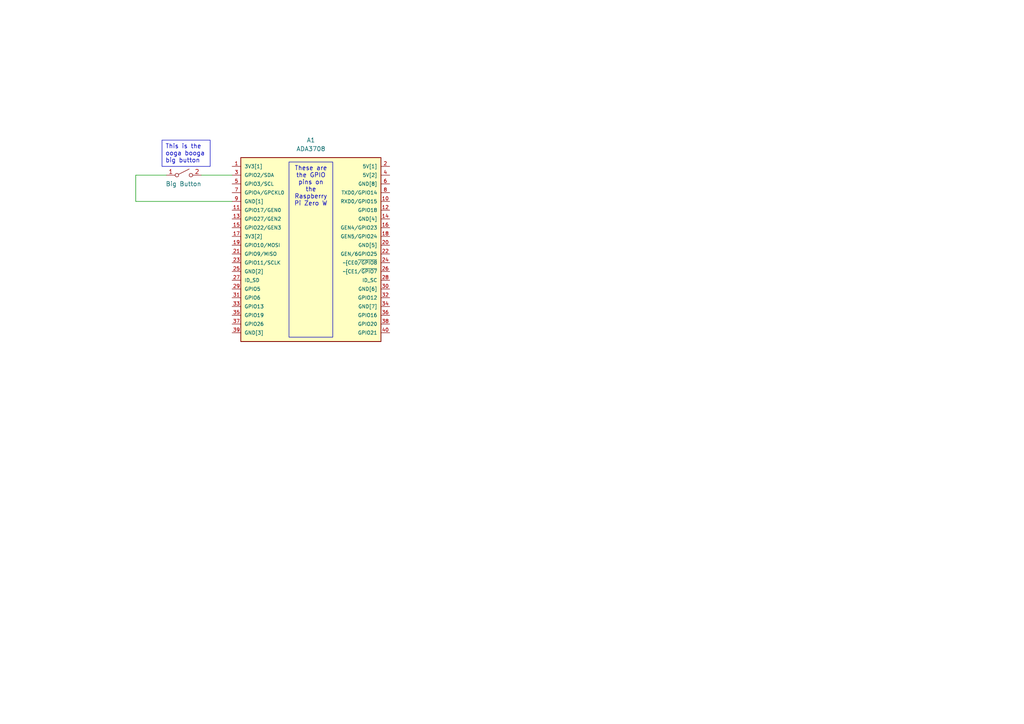
<source format=kicad_sch>
(kicad_sch (version 20230121) (generator eeschema)
  (paper "A4")
  (lib_symbols
    (symbol "ADA3708:ADA3708" (pin_names (offset 1.016))
      (property "Reference" "A" (at -20.34 26.6962 0))
      (property "Value" "ADA3708" (at -20.3391 -30.5087 0))
      (symbol "ADA3708_0_0"
        (rectangle (start -20.32 -27.94) (end 20.32 25.4) (stroke (width 0.254)) (fill (type background)))
        (pin power_in line (at -22.86 22.86 0) (length 2.54) (name "3V3[1]") (number "1"))
        (pin bidirectional line (at 22.86 12.7 180) (length 2.54) (name "RXD0/GPIO15") (number "10"))
        (pin bidirectional line (at -22.86 10.16 0) (length 2.54) (name "GPIO17/GEN0") (number "11"))
        (pin bidirectional line (at 22.86 10.16 180) (length 2.54) (name "GPIO18") (number "12"))
        (pin bidirectional line (at -22.86 7.62 0) (length 2.54) (name "GPIO27/GEN2") (number "13"))
        (pin power_in line (at 22.86 7.62 180) (length 2.54) (name "GND[4]") (number "14"))
        (pin bidirectional line (at -22.86 5.08 0) (length 2.54) (name "GPIO22/GEN3") (number "15"))
        (pin bidirectional line (at 22.86 5.08 180) (length 2.54) (name "GEN4/GPIO23") (number "16"))
        (pin power_in line (at -22.86 2.54 0) (length 2.54) (name "3V3[2]") (number "17"))
        (pin bidirectional line (at 22.86 2.54 180) (length 2.54) (name "GEN5/GPIO24") (number "18"))
        (pin bidirectional line (at -22.86 0 0) (length 2.54) (name "GPIO10/MOSI") (number "19"))
        (pin power_in line (at 22.86 22.86 180) (length 2.54) (name "5V[1]") (number "2"))
        (pin power_in line (at 22.86 0 180) (length 2.54) (name "GND[5]") (number "20"))
        (pin bidirectional line (at -22.86 -2.54 0) (length 2.54) (name "GPIO9/MISO") (number "21"))
        (pin bidirectional line (at 22.86 -2.54 180) (length 2.54) (name "GEN/6GPIO25") (number "22"))
        (pin bidirectional line (at -22.86 -5.08 0) (length 2.54) (name "GPIO11/SCLK") (number "23"))
        (pin bidirectional line (at 22.86 -5.08 180) (length 2.54) (name "~{CE0~{/GPIO8}") (number "24"))
        (pin power_in line (at -22.86 -7.62 0) (length 2.54) (name "GND[2]") (number "25"))
        (pin bidirectional line (at 22.86 -7.62 180) (length 2.54) (name "~{CE1/~{GPIO7}") (number "26"))
        (pin bidirectional line (at -22.86 -10.16 0) (length 2.54) (name "ID_SD") (number "27"))
        (pin bidirectional line (at 22.86 -10.16 180) (length 2.54) (name "ID_SC") (number "28"))
        (pin bidirectional line (at -22.86 -12.7 0) (length 2.54) (name "GPIO5") (number "29"))
        (pin bidirectional line (at -22.86 20.32 0) (length 2.54) (name "GPIO2/SDA") (number "3"))
        (pin power_in line (at 22.86 -12.7 180) (length 2.54) (name "GND[6]") (number "30"))
        (pin bidirectional line (at -22.86 -15.24 0) (length 2.54) (name "GPIO6") (number "31"))
        (pin bidirectional line (at 22.86 -15.24 180) (length 2.54) (name "GPIO12") (number "32"))
        (pin bidirectional line (at -22.86 -17.78 0) (length 2.54) (name "GPIO13") (number "33"))
        (pin power_in line (at 22.86 -17.78 180) (length 2.54) (name "GND[7]") (number "34"))
        (pin bidirectional line (at -22.86 -20.32 0) (length 2.54) (name "GPIO19") (number "35"))
        (pin bidirectional line (at 22.86 -20.32 180) (length 2.54) (name "GPIO16") (number "36"))
        (pin bidirectional line (at -22.86 -22.86 0) (length 2.54) (name "GPIO26") (number "37"))
        (pin bidirectional line (at 22.86 -22.86 180) (length 2.54) (name "GPIO20") (number "38"))
        (pin power_in line (at -22.86 -25.4 0) (length 2.54) (name "GND[3]") (number "39"))
        (pin power_in line (at 22.86 20.32 180) (length 2.54) (name "5V[2]") (number "4"))
        (pin bidirectional line (at 22.86 -25.4 180) (length 2.54) (name "GPIO21") (number "40"))
        (pin bidirectional line (at -22.86 17.78 0) (length 2.54) (name "GPIO3/SCL") (number "5"))
        (pin power_in line (at 22.86 17.78 180) (length 2.54) (name "GND[8]") (number "6"))
        (pin bidirectional line (at -22.86 15.24 0) (length 2.54) (name "GPIO4/GPCKL0") (number "7"))
        (pin bidirectional line (at 22.86 15.24 180) (length 2.54) (name "TXD0/GPIO14") (number "8"))
        (pin power_in line (at -22.86 12.7 0) (length 2.54) (name "GND[1]") (number "9"))
      )
    )
    (symbol "Switch:SW_SPST" (pin_names (offset 0) hide)
      (property "Reference" "SW" (at 0 3.175 0))
      (property "Value" "SW_SPST" (at 0 -2.54 0))
      (symbol "SW_SPST_0_0"
        (circle (center -2.032 0) (radius 0.508))
        (polyline (pts (xy -1.524 0.254) (xy 1.524 1.778)))
        (circle (center 2.032 0) (radius 0.508))
      )
      (symbol "SW_SPST_1_1"
        (pin passive line (at -5.08 0 0) (length 2.54) (name "A") (number "1"))
        (pin passive line (at 5.08 0 180) (length 2.54) (name "B") (number "2"))
      )
    )
  )
  (wire (pts (xy 58.42 50.8) (xy 67.31 50.8)))
  (wire (pts (xy 39.37 58.42) (xy 67.31 58.42)))
  (wire (pts (xy 48.26 50.8) (xy 39.37 50.8)))
  (wire (pts (xy 39.37 50.8) (xy 39.37 58.42)))
  (text_box "These are the GPIO pins on the Raspberry Pi Zero W" (at 83.82 46.99 0) (size 12.7 50.8) (effects (font (size 1.27 1.27)) (justify top)))
  (text_box "This is the ooga booga big button" (at 46.99 40.64 0) (size 13.97 7.62) (effects (font (size 1.27 1.27)) (justify left top)))
  (symbol (lib_id "Switch:SW_SPST") (at 53.34 50.8 0) (unit 1)
    (property "Reference" "SW1" (effects hide))
    (property "Value" "Big Button" (at 58.42 53.34 0) (effects (justify right)))
  )
  (symbol (lib_id "ADA3708:ADA3708") (at 90.17 71.12 0) (unit 1)
    (property "Reference" "A1" (at 90.17 40.64 0))
    (property "Value" "ADA3708" (at 90.17 43.18 0))
    (property "Footprint" "ADA3708_RPI-ZERO" (effects hide))
    (property "STANDARD" "MAnufactutrer Recommendations" (effects hide))
    (property "MANUFACTURER" "Raspberry" (effects hide))
  )
)
</source>
